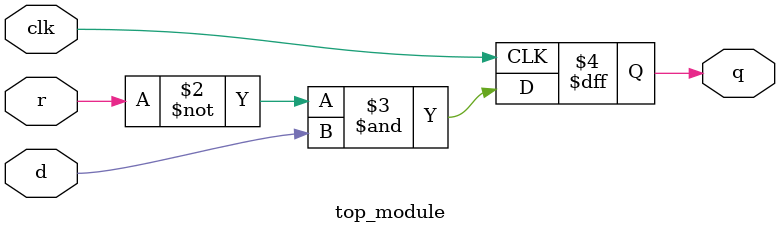
<source format=v>
module top_module (
    input clk,
    input d,
    input r,  // synchronous reset
    output reg q
);

  always @(posedge clk) begin
    q <= ~r & d;
  end

endmodule

</source>
